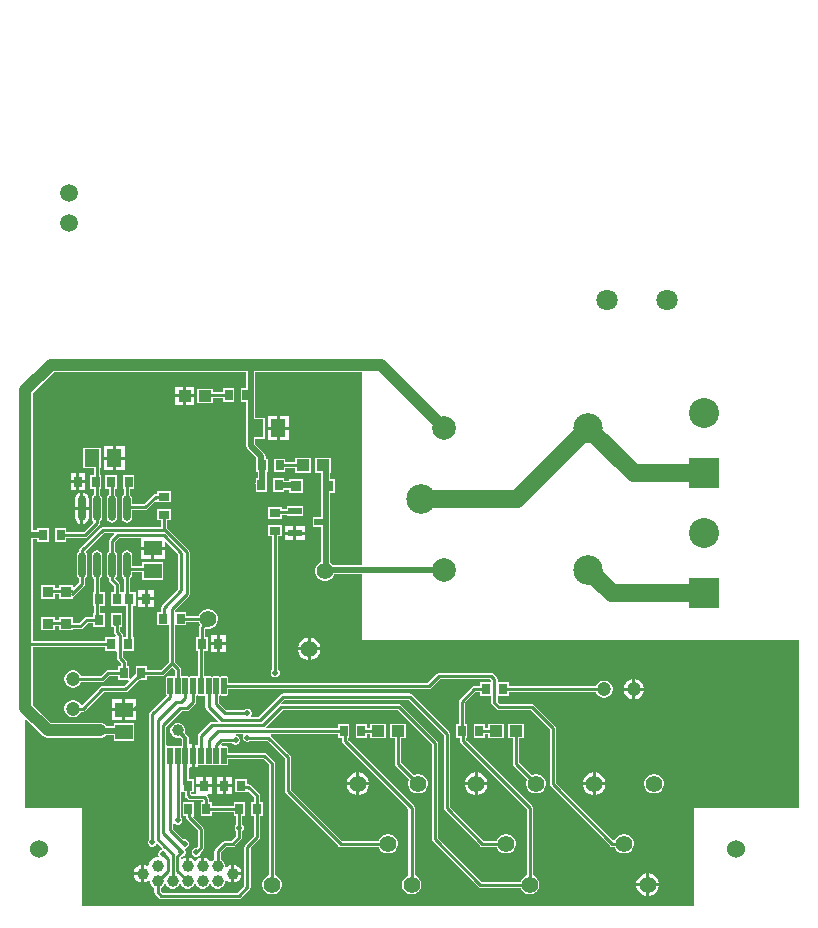
<source format=gtl>
G04*
G04 #@! TF.GenerationSoftware,Altium Limited,Altium Designer,21.6.1 (37)*
G04*
G04 Layer_Physical_Order=1*
G04 Layer_Color=255*
%FSLAX25Y25*%
%MOIN*%
G70*
G04*
G04 #@! TF.SameCoordinates,2088F3C0-FEE1-402F-84BC-96CE3F90A9C5*
G04*
G04*
G04 #@! TF.FilePolarity,Positive*
G04*
G01*
G75*
%ADD13C,0.01000*%
%ADD43R,0.02756X0.03543*%
%ADD44R,0.04331X0.03937*%
%ADD45R,0.05118X0.05906*%
%ADD46R,0.03150X0.03543*%
G04:AMPARAMS|DCode=47|XSize=17.72mil|YSize=55.12mil|CornerRadius=1.95mil|HoleSize=0mil|Usage=FLASHONLY|Rotation=180.000|XOffset=0mil|YOffset=0mil|HoleType=Round|Shape=RoundedRectangle|*
%AMROUNDEDRECTD47*
21,1,0.01772,0.05122,0,0,180.0*
21,1,0.01382,0.05512,0,0,180.0*
1,1,0.00390,-0.00691,0.02561*
1,1,0.00390,0.00691,0.02561*
1,1,0.00390,0.00691,-0.02561*
1,1,0.00390,-0.00691,-0.02561*
%
%ADD47ROUNDEDRECTD47*%
%ADD48O,0.02362X0.08661*%
%ADD49R,0.03543X0.03543*%
%ADD50R,0.05906X0.05118*%
%ADD51R,0.03543X0.02756*%
%ADD52C,0.03937*%
%ADD53R,0.03543X0.03543*%
%ADD54R,0.04528X0.02362*%
%ADD55C,0.02000*%
%ADD56C,0.05906*%
%ADD57C,0.03937*%
%ADD58C,0.01968*%
%ADD59C,0.01181*%
%ADD60C,0.07087*%
%ADD61C,0.05906*%
%ADD62C,0.00394*%
%ADD63C,0.04724*%
%ADD64C,0.06000*%
%ADD65C,0.05512*%
%ADD66C,0.09843*%
%ADD67C,0.07874*%
%ADD68C,0.10000*%
%ADD69R,0.10000X0.10000*%
%ADD70C,0.01968*%
G36*
X-8689Y-43069D02*
X-18355D01*
X-18395Y-43001D01*
X-19001Y-42395D01*
X-19223Y-42267D01*
Y-28690D01*
Y-18950D01*
X-17648D01*
Y-14406D01*
X-19223D01*
Y-12349D01*
X-18960D01*
Y-7412D01*
X-24291D01*
Y-12349D01*
X-22281D01*
Y-16678D01*
Y-27009D01*
X-24918D01*
Y-30371D01*
X-22281D01*
Y-41980D01*
X-22999Y-42395D01*
X-23605Y-43001D01*
X-24034Y-43743D01*
X-24256Y-44571D01*
Y-45429D01*
X-24034Y-46257D01*
X-23605Y-46999D01*
X-22999Y-47605D01*
X-22257Y-48034D01*
X-21429Y-48256D01*
X-20571D01*
X-19743Y-48034D01*
X-19001Y-47605D01*
X-18395Y-46999D01*
X-17966Y-46257D01*
X-17931Y-46128D01*
X-8689D01*
Y-68000D01*
X137031D01*
X137031Y-124173D01*
X102000D01*
Y-156716D01*
X-101879Y-156716D01*
Y-124173D01*
X-120830D01*
Y-94893D01*
X-120369Y-94702D01*
X-115111Y-99960D01*
X-114294Y-100505D01*
X-113331Y-100697D01*
X-95849D01*
X-95606Y-100649D01*
X-95358D01*
X-95129Y-100554D01*
X-94886Y-100505D01*
X-94680Y-100368D01*
X-94451Y-100273D01*
X-94275Y-100098D01*
X-94069Y-99960D01*
X-93964Y-99802D01*
X-91453D01*
Y-101799D01*
X-84547D01*
Y-95681D01*
X-91453D01*
Y-96743D01*
X-93795D01*
X-93932Y-96607D01*
X-94069Y-96400D01*
X-94275Y-96263D01*
X-94451Y-96087D01*
X-94680Y-95993D01*
X-94886Y-95855D01*
X-95129Y-95806D01*
X-95358Y-95712D01*
X-95606D01*
X-95849Y-95663D01*
X-112288D01*
X-118314Y-89638D01*
Y-70335D01*
X-94301D01*
Y-71587D01*
X-90545Y-71587D01*
X-90386Y-72022D01*
Y-74181D01*
X-90309Y-74571D01*
X-90088Y-74902D01*
X-89087Y-75903D01*
Y-76740D01*
X-89946D01*
Y-77992D01*
X-93295D01*
X-93686Y-78070D01*
X-94016Y-78291D01*
X-95785Y-80059D01*
X-102310D01*
X-102333Y-79974D01*
X-102710Y-79321D01*
X-103243Y-78788D01*
X-103895Y-78412D01*
X-104623Y-78216D01*
X-105377D01*
X-106105Y-78412D01*
X-106757Y-78788D01*
X-107290Y-79321D01*
X-107667Y-79974D01*
X-107862Y-80702D01*
Y-81456D01*
X-107667Y-82183D01*
X-107290Y-82836D01*
X-106757Y-83369D01*
X-106105Y-83746D01*
X-105377Y-83941D01*
X-104623D01*
X-103895Y-83746D01*
X-103243Y-83369D01*
X-102710Y-82836D01*
X-102333Y-82183D01*
X-102310Y-82098D01*
X-95362D01*
X-94972Y-82021D01*
X-94641Y-81800D01*
X-92873Y-80031D01*
X-89946D01*
Y-81283D01*
X-86583D01*
X-86376Y-81783D01*
X-87912Y-83319D01*
X-95139D01*
X-95529Y-83397D01*
X-95860Y-83618D01*
X-101884Y-89642D01*
X-101895Y-89647D01*
X-102491Y-89542D01*
X-102710Y-89164D01*
X-103243Y-88631D01*
X-103895Y-88254D01*
X-104623Y-88059D01*
X-105377D01*
X-106105Y-88254D01*
X-106757Y-88631D01*
X-107290Y-89164D01*
X-107667Y-89816D01*
X-107862Y-90544D01*
Y-91298D01*
X-107667Y-92026D01*
X-107290Y-92679D01*
X-106757Y-93212D01*
X-106105Y-93588D01*
X-105377Y-93783D01*
X-104623D01*
X-103895Y-93588D01*
X-103243Y-93212D01*
X-102710Y-92679D01*
X-102333Y-92026D01*
X-102310Y-91941D01*
X-101721D01*
X-101331Y-91863D01*
X-101000Y-91642D01*
X-94717Y-85359D01*
X-87489D01*
X-87099Y-85281D01*
X-86769Y-85060D01*
X-83004Y-81296D01*
X-82942Y-81283D01*
X-80284D01*
Y-80031D01*
X-75368D01*
X-75368Y-80031D01*
X-74978Y-79954D01*
X-74647Y-79733D01*
X-72062Y-77147D01*
X-71047Y-78162D01*
Y-80028D01*
X-71071Y-80051D01*
X-71509Y-80241D01*
X-71625Y-80198D01*
X-71896Y-80144D01*
X-73278D01*
X-73549Y-80198D01*
X-73778Y-80351D01*
X-73932Y-80581D01*
X-73986Y-80852D01*
Y-85974D01*
X-73932Y-86246D01*
X-73778Y-86475D01*
X-74078Y-86859D01*
X-79245Y-92026D01*
X-79466Y-92357D01*
X-79543Y-92747D01*
Y-134400D01*
X-79783Y-134640D01*
X-80009Y-135186D01*
Y-135776D01*
X-79783Y-136322D01*
X-79366Y-136739D01*
X-78820Y-136965D01*
X-78230D01*
X-77684Y-136739D01*
X-77267Y-136322D01*
X-77227Y-136226D01*
X-76637Y-136109D01*
X-75250Y-137496D01*
X-75290Y-137774D01*
X-75418Y-138035D01*
X-75868Y-138222D01*
X-76286Y-138640D01*
X-76512Y-139185D01*
Y-139776D01*
X-76414Y-140012D01*
X-76748Y-140512D01*
X-77186D01*
X-77941Y-140714D01*
X-78618Y-141105D01*
X-79171Y-141658D01*
X-79562Y-142334D01*
X-79764Y-143089D01*
Y-143148D01*
X-80264Y-143437D01*
X-80650Y-143214D01*
X-81295Y-143041D01*
Y-145980D01*
Y-148919D01*
X-80650Y-148747D01*
X-79973Y-148356D01*
X-79764Y-148147D01*
X-79264Y-148354D01*
Y-148971D01*
X-78888Y-149879D01*
X-78194Y-150573D01*
X-77815Y-150730D01*
Y-152228D01*
X-77737Y-152618D01*
X-77516Y-152949D01*
X-76264Y-154201D01*
X-75933Y-154422D01*
X-75543Y-154500D01*
X-49795D01*
X-49405Y-154422D01*
X-49074Y-154201D01*
X-46091Y-151218D01*
X-45870Y-150887D01*
X-45792Y-150497D01*
Y-137438D01*
X-42937Y-134583D01*
X-42716Y-134252D01*
X-42639Y-133862D01*
Y-126693D01*
X-41780D01*
Y-122150D01*
X-42639D01*
Y-119895D01*
X-42716Y-119504D01*
X-42937Y-119174D01*
X-45829Y-116281D01*
X-46160Y-116060D01*
X-46550Y-115983D01*
X-46965D01*
Y-114358D01*
X-51114D01*
Y-118902D01*
X-46965D01*
Y-118683D01*
X-46503Y-118492D01*
X-44678Y-120317D01*
Y-122150D01*
X-45536D01*
Y-126693D01*
X-44678D01*
Y-133440D01*
X-47533Y-136295D01*
X-47754Y-136626D01*
X-47832Y-137016D01*
Y-150075D01*
X-50218Y-152461D01*
X-75121D01*
X-75776Y-151806D01*
Y-150730D01*
X-75397Y-150573D01*
X-74703Y-149879D01*
X-74566Y-149549D01*
X-74025D01*
X-73888Y-149879D01*
X-73194Y-150573D01*
X-72286Y-150949D01*
X-71304D01*
X-70397Y-150573D01*
X-69703Y-149879D01*
X-69566Y-149549D01*
X-69025D01*
X-68888Y-149879D01*
X-68194Y-150573D01*
X-67286Y-150949D01*
X-66304D01*
X-65397Y-150573D01*
X-64703Y-149879D01*
X-64566Y-149549D01*
X-64025D01*
X-63888Y-149879D01*
X-63194Y-150573D01*
X-62286Y-150949D01*
X-61304D01*
X-60397Y-150573D01*
X-59703Y-149879D01*
X-59566Y-149549D01*
X-59025D01*
X-58888Y-149879D01*
X-58194Y-150573D01*
X-57286Y-150949D01*
X-56304D01*
X-55397Y-150573D01*
X-54703Y-149879D01*
X-54327Y-148971D01*
Y-148354D01*
X-53827Y-148147D01*
X-53618Y-148356D01*
X-52941Y-148747D01*
X-52295Y-148919D01*
Y-145980D01*
Y-143041D01*
X-52941Y-143214D01*
X-53618Y-143605D01*
X-53827Y-143814D01*
X-54327Y-143607D01*
Y-142989D01*
X-54703Y-142082D01*
X-55397Y-141388D01*
X-55776Y-141231D01*
Y-138983D01*
X-53906Y-137113D01*
X-51795D01*
X-51405Y-137036D01*
X-51074Y-136815D01*
X-48843Y-134583D01*
X-48622Y-134252D01*
X-48544Y-133862D01*
Y-131757D01*
X-48305Y-131519D01*
X-48079Y-130973D01*
Y-130383D01*
X-48305Y-129837D01*
X-48544Y-129598D01*
Y-126693D01*
X-47686D01*
Y-122150D01*
X-51442D01*
Y-123402D01*
X-58693D01*
Y-122150D01*
X-59551D01*
Y-121066D01*
X-59629Y-120676D01*
X-59850Y-120345D01*
X-60293Y-119902D01*
X-60092Y-119402D01*
X-58688D01*
Y-117130D01*
X-61263D01*
X-63838D01*
X-63838Y-119402D01*
X-64313Y-119461D01*
X-65523D01*
Y-118902D01*
X-64700D01*
Y-114358D01*
X-66357D01*
Y-110690D01*
X-65857Y-110370D01*
X-65600Y-110421D01*
X-65409D01*
Y-106642D01*
Y-102862D01*
X-65600D01*
X-65857Y-102913D01*
X-66357Y-102593D01*
Y-100779D01*
X-66441Y-100354D01*
X-66682Y-99993D01*
X-66682Y-99993D01*
X-67678Y-98998D01*
X-67559Y-98712D01*
Y-97729D01*
X-67935Y-96822D01*
X-68629Y-96128D01*
X-69537Y-95752D01*
X-70519D01*
X-71426Y-96128D01*
X-72120Y-96822D01*
X-72496Y-97729D01*
Y-98712D01*
X-72120Y-99619D01*
X-71426Y-100313D01*
X-70519Y-100689D01*
X-69537D01*
X-69250Y-100570D01*
X-68580Y-101240D01*
Y-103149D01*
X-69064Y-103426D01*
X-69080Y-103423D01*
X-69337Y-103372D01*
X-70718D01*
X-70990Y-103426D01*
X-71307Y-103547D01*
X-71625Y-103426D01*
X-71896Y-103372D01*
X-73278D01*
X-73458Y-103408D01*
X-73791Y-103232D01*
X-73958Y-103098D01*
Y-97004D01*
X-68714Y-91760D01*
X-67062D01*
X-66672Y-91682D01*
X-66341Y-91461D01*
X-64188Y-89308D01*
X-63968Y-88978D01*
X-63890Y-88587D01*
Y-86799D01*
X-63866Y-86776D01*
X-63428Y-86585D01*
X-63313Y-86629D01*
X-63041Y-86683D01*
X-61659D01*
X-61388Y-86629D01*
X-61273Y-86585D01*
X-60835Y-86776D01*
X-60811Y-86799D01*
Y-90480D01*
X-60733Y-90870D01*
X-60512Y-91201D01*
X-56715Y-94999D01*
X-56906Y-95461D01*
X-58795D01*
X-59185Y-95538D01*
X-59516Y-95759D01*
X-62981Y-99224D01*
X-63202Y-99555D01*
X-63279Y-99945D01*
Y-102670D01*
X-63745Y-102951D01*
X-63779Y-102950D01*
X-64218Y-102862D01*
X-64410D01*
Y-106642D01*
Y-110421D01*
X-64218D01*
X-63752Y-110328D01*
X-63357Y-110064D01*
X-63230Y-109874D01*
X-63041Y-109911D01*
X-61659D01*
X-61388Y-109857D01*
X-61071Y-109737D01*
X-60753Y-109857D01*
X-60482Y-109911D01*
X-59100D01*
X-58829Y-109857D01*
X-58512Y-109737D01*
X-58194Y-109857D01*
X-57923Y-109911D01*
X-56541D01*
X-56270Y-109857D01*
X-55953Y-109737D01*
X-55635Y-109857D01*
X-55364Y-109911D01*
X-53982D01*
X-53711Y-109857D01*
X-53481Y-109704D01*
X-53328Y-109474D01*
X-53274Y-109203D01*
Y-107661D01*
X-41573D01*
X-39711Y-109523D01*
Y-146509D01*
X-39948Y-146572D01*
X-40690Y-147001D01*
X-41296Y-147607D01*
X-41725Y-148350D01*
X-41947Y-149178D01*
Y-150035D01*
X-41725Y-150863D01*
X-41296Y-151605D01*
X-40690Y-152212D01*
X-39948Y-152640D01*
X-39120Y-152862D01*
X-38262D01*
X-37434Y-152640D01*
X-36692Y-152212D01*
X-36086Y-151605D01*
X-35657Y-150863D01*
X-35435Y-150035D01*
Y-149178D01*
X-35657Y-148350D01*
X-36086Y-147607D01*
X-36692Y-147001D01*
X-37434Y-146572D01*
X-37671Y-146509D01*
Y-109101D01*
X-37749Y-108711D01*
X-37970Y-108380D01*
X-40429Y-105921D01*
X-40760Y-105700D01*
X-41150Y-105622D01*
X-53274D01*
Y-104081D01*
X-53328Y-103810D01*
X-53481Y-103580D01*
X-53711Y-103426D01*
X-53982Y-103372D01*
X-55322D01*
X-55404Y-103276D01*
X-55558Y-102901D01*
X-55157Y-102500D01*
X-51875D01*
X-51636Y-102739D01*
X-51091Y-102965D01*
X-50500D01*
X-49955Y-102739D01*
X-49537Y-102321D01*
X-49311Y-101776D01*
Y-101185D01*
X-49537Y-100639D01*
X-49955Y-100222D01*
X-50500Y-99996D01*
X-50491Y-99500D01*
X-48415D01*
X-48150Y-100000D01*
X-48296Y-100354D01*
Y-100944D01*
X-48070Y-101490D01*
X-47653Y-101907D01*
X-47107Y-102133D01*
X-46517D01*
X-45971Y-101907D01*
X-45733Y-101668D01*
X-40234D01*
X-34349Y-107554D01*
Y-118403D01*
X-34271Y-118793D01*
X-34050Y-119124D01*
X-16469Y-136705D01*
X-16138Y-136926D01*
X-15748Y-137004D01*
X-3098D01*
X-3034Y-137241D01*
X-2605Y-137983D01*
X-1999Y-138590D01*
X-1257Y-139018D01*
X-429Y-139240D01*
X429D01*
X1257Y-139018D01*
X1999Y-138590D01*
X2605Y-137983D01*
X3034Y-137241D01*
X3256Y-136413D01*
Y-135556D01*
X3034Y-134728D01*
X2605Y-133985D01*
X1999Y-133379D01*
X1257Y-132950D01*
X429Y-132728D01*
X-429D01*
X-1257Y-132950D01*
X-1999Y-133379D01*
X-2605Y-133985D01*
X-3034Y-134728D01*
X-3098Y-134965D01*
X-15326D01*
X-32309Y-117981D01*
Y-107132D01*
X-32387Y-106742D01*
X-32608Y-106411D01*
X-39019Y-100000D01*
X-38960Y-99712D01*
X-38832Y-99500D01*
X-16642D01*
Y-100752D01*
X-15361D01*
Y-101753D01*
X-15284Y-102144D01*
X-15063Y-102474D01*
X6854Y-124392D01*
Y-146509D01*
X6617Y-146572D01*
X5875Y-147001D01*
X5269Y-147607D01*
X4840Y-148350D01*
X4618Y-149178D01*
Y-150035D01*
X4840Y-150863D01*
X5269Y-151605D01*
X5875Y-152212D01*
X6617Y-152640D01*
X7445Y-152862D01*
X8303D01*
X9131Y-152640D01*
X9873Y-152212D01*
X10479Y-151605D01*
X10908Y-150863D01*
X11130Y-150035D01*
Y-149178D01*
X10908Y-148350D01*
X10479Y-147607D01*
X9873Y-147001D01*
X9131Y-146572D01*
X8894Y-146509D01*
Y-123969D01*
X8816Y-123579D01*
X8595Y-123248D01*
X-13322Y-101331D01*
Y-100752D01*
X-12886D01*
Y-96209D01*
X-16642D01*
Y-97461D01*
X-40302D01*
X-40509Y-96961D01*
X-35048Y-91500D01*
X3345D01*
X14728Y-102883D01*
Y-134509D01*
X14806Y-134899D01*
X15027Y-135230D01*
X30125Y-150327D01*
X30455Y-150548D01*
X30846Y-150626D01*
X44146D01*
X44210Y-150863D01*
X44639Y-151605D01*
X45245Y-152212D01*
X45987Y-152640D01*
X46815Y-152862D01*
X47673D01*
X48501Y-152640D01*
X49243Y-152212D01*
X49850Y-151605D01*
X50278Y-150863D01*
X50500Y-150035D01*
Y-149178D01*
X50278Y-148350D01*
X49850Y-147607D01*
X49243Y-147001D01*
X48501Y-146572D01*
X48264Y-146509D01*
Y-123969D01*
X48186Y-123579D01*
X47965Y-123248D01*
X26048Y-101331D01*
Y-100697D01*
X26484D01*
Y-96153D01*
X25626D01*
Y-89010D01*
X29116Y-85520D01*
X30669D01*
Y-86772D01*
X34425D01*
X34508Y-87237D01*
Y-89047D01*
X34586Y-89437D01*
X34807Y-89768D01*
X36240Y-91201D01*
X36570Y-91422D01*
X36961Y-91500D01*
X47652D01*
X53980Y-97828D01*
Y-116181D01*
X54058Y-116571D01*
X54279Y-116902D01*
X74082Y-136705D01*
X74413Y-136926D01*
X74803Y-137004D01*
X75643D01*
X75706Y-137241D01*
X76135Y-137983D01*
X76741Y-138590D01*
X77483Y-139018D01*
X78312Y-139240D01*
X79169D01*
X79997Y-139018D01*
X80739Y-138590D01*
X81345Y-137983D01*
X81774Y-137241D01*
X81996Y-136413D01*
Y-135556D01*
X81774Y-134728D01*
X81345Y-133985D01*
X80739Y-133379D01*
X79997Y-132950D01*
X79169Y-132728D01*
X78312D01*
X77483Y-132950D01*
X76741Y-133379D01*
X76135Y-133985D01*
X75706Y-134728D01*
X75675Y-134843D01*
X75169Y-134908D01*
X56020Y-115759D01*
Y-97406D01*
X55942Y-97015D01*
X55721Y-96685D01*
X48796Y-89759D01*
X48465Y-89538D01*
X48075Y-89461D01*
X37383D01*
X36547Y-88625D01*
Y-87260D01*
X36575Y-86772D01*
X37047Y-86772D01*
X40331D01*
Y-85520D01*
X69389D01*
X69412Y-85605D01*
X69788Y-86257D01*
X70321Y-86790D01*
X70974Y-87167D01*
X71702Y-87362D01*
X72456D01*
X73184Y-87167D01*
X73836Y-86790D01*
X74369Y-86257D01*
X74746Y-85605D01*
X74941Y-84877D01*
Y-84123D01*
X74746Y-83395D01*
X74369Y-82743D01*
X73836Y-82210D01*
X73184Y-81833D01*
X72456Y-81638D01*
X71702D01*
X70974Y-81833D01*
X70321Y-82210D01*
X69788Y-82743D01*
X69412Y-83395D01*
X69389Y-83480D01*
X40331D01*
Y-82228D01*
X36575Y-82228D01*
X36547Y-81740D01*
Y-81028D01*
X36470Y-80637D01*
X36248Y-80307D01*
X35221Y-79279D01*
X34890Y-79058D01*
X34500Y-78980D01*
X16975D01*
X16585Y-79058D01*
X16254Y-79279D01*
X13130Y-82403D01*
X-53274D01*
Y-80852D01*
X-53328Y-80581D01*
X-53481Y-80351D01*
X-53711Y-80198D01*
X-53982Y-80144D01*
X-55364D01*
X-55635Y-80198D01*
X-55953Y-80318D01*
X-56270Y-80198D01*
X-56541Y-80144D01*
X-57923D01*
X-58194Y-80198D01*
X-58512Y-80318D01*
X-58829Y-80198D01*
X-59100Y-80144D01*
X-60482D01*
X-60753Y-80198D01*
X-60869Y-80241D01*
X-61307Y-80051D01*
X-61331Y-80028D01*
Y-71587D01*
X-59974D01*
Y-67044D01*
X-61030D01*
Y-64610D01*
X-60546Y-64224D01*
X-60429Y-64256D01*
X-59571D01*
X-58743Y-64034D01*
X-58001Y-63605D01*
X-57395Y-62999D01*
X-56966Y-62257D01*
X-56744Y-61429D01*
Y-60571D01*
X-56966Y-59743D01*
X-57395Y-59001D01*
X-58001Y-58395D01*
X-58743Y-57966D01*
X-59571Y-57744D01*
X-60429D01*
X-61257Y-57966D01*
X-61999Y-58395D01*
X-62605Y-59001D01*
X-63034Y-59743D01*
X-63104Y-60004D01*
X-67165D01*
Y-58709D01*
X-70920D01*
X-71043Y-58259D01*
Y-58151D01*
X-66373Y-53481D01*
X-66153Y-53151D01*
X-66075Y-52760D01*
Y-38647D01*
X-66153Y-38257D01*
X-66373Y-37926D01*
X-73631Y-30669D01*
Y-28146D01*
X-72379D01*
Y-24390D01*
X-76922D01*
Y-28146D01*
X-75670D01*
Y-30343D01*
X-95009D01*
X-95399Y-30421D01*
X-95730Y-30642D01*
X-102600Y-37512D01*
X-102821Y-37843D01*
X-102898Y-38233D01*
Y-38475D01*
X-103221Y-38690D01*
X-103593Y-39246D01*
X-103723Y-39902D01*
Y-46202D01*
X-103593Y-46857D01*
X-103221Y-47414D01*
X-103029Y-47542D01*
Y-48893D01*
X-104592Y-50456D01*
X-105092Y-50249D01*
Y-49719D01*
X-109635D01*
Y-50763D01*
X-111122D01*
Y-49739D01*
X-115666D01*
Y-54283D01*
X-111122D01*
Y-52802D01*
X-109635D01*
Y-54262D01*
X-105092D01*
Y-53709D01*
X-105065Y-53704D01*
X-104734Y-53483D01*
X-101288Y-50037D01*
X-101067Y-49706D01*
X-100989Y-49316D01*
Y-47542D01*
X-100797Y-47414D01*
X-100425Y-46857D01*
X-100295Y-46202D01*
Y-39902D01*
X-100425Y-39246D01*
X-100797Y-38690D01*
X-100806Y-38602D01*
X-94586Y-32383D01*
X-91382D01*
X-91175Y-32882D01*
X-92730Y-34438D01*
X-92951Y-34768D01*
X-93028Y-35159D01*
Y-38562D01*
X-93221Y-38690D01*
X-93593Y-39246D01*
X-93723Y-39902D01*
Y-46202D01*
X-93593Y-46857D01*
X-93221Y-47414D01*
X-93024Y-47545D01*
Y-47989D01*
X-92947Y-48379D01*
X-92726Y-48710D01*
X-91445Y-49990D01*
Y-52044D01*
X-92304D01*
Y-56587D01*
X-88709D01*
X-88209Y-56587D01*
X-88048Y-56587D01*
X-87154D01*
Y-67044D01*
X-88347D01*
Y-66480D01*
X-88425Y-66090D01*
X-88646Y-65759D01*
X-89406Y-64999D01*
Y-63587D01*
X-88548D01*
Y-59044D01*
X-92304D01*
Y-62489D01*
X-92323Y-62587D01*
X-92304Y-62686D01*
Y-63587D01*
X-91445D01*
Y-65421D01*
X-91368Y-65812D01*
X-91147Y-66142D01*
X-90745Y-66544D01*
X-90952Y-67044D01*
X-94301D01*
Y-68296D01*
X-118314D01*
Y-34513D01*
X-116831D01*
Y-35272D01*
X-113075D01*
Y-30728D01*
X-116831D01*
Y-31487D01*
X-118314D01*
Y14150D01*
X-111358Y21105D01*
X-47207D01*
Y15818D01*
X-49049D01*
Y11275D01*
X-47207D01*
Y-3480D01*
X-47090Y-4066D01*
X-46759Y-4562D01*
X-43826Y-7494D01*
Y-9509D01*
X-43803Y-9627D01*
Y-12152D01*
X-43455D01*
Y-14209D01*
X-44126D01*
Y-15765D01*
X-44155Y-15913D01*
X-44126Y-16061D01*
Y-18752D01*
X-40370D01*
Y-14209D01*
X-40396D01*
Y-12152D01*
X-40047D01*
Y-7609D01*
X-40768D01*
Y-6860D01*
X-40884Y-6275D01*
X-41216Y-5779D01*
X-44148Y-2847D01*
Y-933D01*
X-40905D01*
Y5972D01*
X-44148D01*
Y21105D01*
X-8689D01*
Y-43069D01*
D02*
G37*
G36*
X-82331Y-37075D02*
X-78379D01*
X-74426D01*
Y-35532D01*
X-73964Y-35341D01*
X-69848Y-39457D01*
Y-51149D01*
X-75389Y-56691D01*
X-75611Y-57022D01*
X-75688Y-57412D01*
Y-58709D01*
X-76826D01*
Y-63252D01*
X-73082D01*
Y-75283D01*
X-75791Y-77992D01*
X-80284D01*
Y-76740D01*
X-84040D01*
Y-79486D01*
X-84155Y-79562D01*
X-85690Y-81097D01*
X-86190Y-80890D01*
Y-76740D01*
X-87048D01*
Y-75480D01*
X-87126Y-75090D01*
X-87347Y-74759D01*
X-88347Y-73759D01*
Y-71587D01*
X-84639D01*
Y-67044D01*
X-85115D01*
Y-56587D01*
X-84060D01*
Y-52044D01*
X-85859D01*
Y-47455D01*
X-85797Y-47414D01*
X-85425Y-46857D01*
X-85295Y-46202D01*
Y-45335D01*
X-81831D01*
Y-48115D01*
X-74926D01*
Y-41997D01*
X-81831D01*
Y-43296D01*
X-85295D01*
Y-39902D01*
X-85425Y-39246D01*
X-85797Y-38690D01*
X-86353Y-38319D01*
X-87009Y-38188D01*
X-87665Y-38319D01*
X-88221Y-38690D01*
X-88592Y-39246D01*
X-88723Y-39902D01*
Y-46202D01*
X-88592Y-46857D01*
X-88221Y-47414D01*
X-87898Y-47629D01*
Y-51690D01*
X-88252Y-52044D01*
X-88548Y-52044D01*
X-88709Y-52044D01*
X-89406D01*
Y-49568D01*
X-89484Y-49178D01*
X-89705Y-48847D01*
X-90641Y-47911D01*
X-90797Y-47414D01*
X-90425Y-46857D01*
X-90295Y-46202D01*
Y-39902D01*
X-90425Y-39246D01*
X-90797Y-38690D01*
X-90989Y-38562D01*
Y-35581D01*
X-89622Y-34214D01*
X-82331D01*
Y-37075D01*
D02*
G37*
G36*
X-63034Y-62257D02*
X-62621Y-62972D01*
X-62770Y-63121D01*
X-62991Y-63451D01*
X-63069Y-63842D01*
Y-67044D01*
X-64124D01*
Y-71587D01*
X-63370D01*
Y-80028D01*
X-63394Y-80051D01*
X-63832Y-80241D01*
X-63947Y-80198D01*
X-64218Y-80144D01*
X-65600D01*
X-65872Y-80198D01*
X-66189Y-80318D01*
X-66506Y-80198D01*
X-66778Y-80144D01*
X-68160D01*
X-68431Y-80198D01*
X-68546Y-80241D01*
X-68984Y-80051D01*
X-69008Y-80028D01*
Y-77740D01*
X-69086Y-77350D01*
X-69307Y-77019D01*
X-71043Y-75283D01*
Y-63701D01*
X-70920Y-63252D01*
X-67165D01*
Y-62043D01*
X-63091D01*
X-63034Y-62257D01*
D02*
G37*
G36*
X-67562Y-119895D02*
X-67484Y-120285D01*
X-67263Y-120615D01*
X-66678Y-121201D01*
X-66347Y-121422D01*
X-65957Y-121500D01*
X-61590D01*
Y-122150D01*
X-62449D01*
Y-126693D01*
X-58693D01*
Y-125441D01*
X-51442D01*
Y-126693D01*
X-50583D01*
Y-129598D01*
X-50822Y-129837D01*
X-51048Y-130383D01*
Y-130973D01*
X-50822Y-131519D01*
X-50583Y-131757D01*
Y-133440D01*
X-52218Y-135074D01*
X-54328D01*
X-54718Y-135152D01*
X-55049Y-135373D01*
X-57516Y-137840D01*
X-57737Y-138171D01*
X-57815Y-138561D01*
Y-141231D01*
X-58194Y-141388D01*
X-58704Y-141898D01*
X-59275Y-141868D01*
X-59309Y-141850D01*
X-59420Y-141658D01*
X-59973Y-141105D01*
X-60650Y-140714D01*
X-61295Y-140541D01*
Y-143480D01*
X-62295D01*
Y-140541D01*
X-62941Y-140714D01*
X-63618Y-141105D01*
X-63963Y-141450D01*
X-64295Y-141601D01*
X-64628Y-141450D01*
X-64973Y-141105D01*
X-65649Y-140714D01*
X-66295Y-140541D01*
Y-143480D01*
X-67295D01*
Y-140541D01*
X-67941Y-140714D01*
X-68618Y-141105D01*
X-69117Y-140897D01*
X-69144Y-140694D01*
X-68789Y-140307D01*
X-68533D01*
X-67987Y-140081D01*
X-67570Y-139664D01*
X-67344Y-139118D01*
Y-138528D01*
X-67570Y-137982D01*
X-67583Y-137969D01*
X-67548Y-137755D01*
X-67412Y-137432D01*
X-66954Y-137242D01*
X-66537Y-136825D01*
X-66311Y-136279D01*
Y-135689D01*
X-66537Y-135143D01*
X-66954Y-134726D01*
X-67500Y-134500D01*
X-68090D01*
X-68159Y-134529D01*
X-71567Y-131121D01*
Y-129519D01*
X-71067Y-129312D01*
X-70868Y-129510D01*
X-70323Y-129736D01*
X-69732D01*
X-69187Y-129510D01*
X-68769Y-129093D01*
X-68543Y-128547D01*
Y-127957D01*
X-68769Y-127411D01*
X-69008Y-127173D01*
Y-119336D01*
X-68850Y-118902D01*
X-67562D01*
Y-119895D01*
D02*
G37*
G36*
X34508Y-81450D02*
Y-81763D01*
X34425Y-82228D01*
X30669D01*
Y-83480D01*
X28694D01*
X28304Y-83558D01*
X27973Y-83779D01*
X23885Y-87866D01*
X23664Y-88197D01*
X23587Y-88587D01*
Y-96153D01*
X22728D01*
Y-100697D01*
X24009D01*
Y-101753D01*
X24086Y-102144D01*
X24307Y-102474D01*
X46224Y-124392D01*
Y-146509D01*
X45987Y-146572D01*
X45245Y-147001D01*
X44639Y-147607D01*
X44210Y-148350D01*
X44146Y-148587D01*
X31268D01*
X16768Y-134086D01*
Y-102461D01*
X16690Y-102070D01*
X16469Y-101740D01*
X4489Y-89759D01*
X4158Y-89538D01*
X3768Y-89461D01*
X-35296D01*
X-35520Y-88997D01*
X-35522Y-88979D01*
X-34499Y-87956D01*
X6876D01*
X18665Y-99745D01*
Y-124173D01*
X18743Y-124563D01*
X18964Y-124894D01*
X30775Y-136705D01*
X31106Y-136926D01*
X31496Y-137004D01*
X36272D01*
X36336Y-137241D01*
X36765Y-137983D01*
X37371Y-138590D01*
X38113Y-139018D01*
X38941Y-139240D01*
X39799D01*
X40627Y-139018D01*
X41369Y-138590D01*
X41976Y-137983D01*
X42404Y-137241D01*
X42626Y-136413D01*
Y-135556D01*
X42404Y-134728D01*
X41976Y-133985D01*
X41369Y-133379D01*
X40627Y-132950D01*
X39799Y-132728D01*
X38941D01*
X38113Y-132950D01*
X37371Y-133379D01*
X36765Y-133985D01*
X36336Y-134728D01*
X36272Y-134965D01*
X31918D01*
X20705Y-123751D01*
Y-99323D01*
X20627Y-98933D01*
X20406Y-98602D01*
X8019Y-86215D01*
X7688Y-85994D01*
X7298Y-85916D01*
X-34921D01*
X-35311Y-85994D01*
X-35642Y-86215D01*
X-43218Y-93791D01*
X-45316D01*
X-45554Y-93321D01*
X-45328Y-92775D01*
Y-92185D01*
X-45554Y-91640D01*
X-45971Y-91222D01*
X-46517Y-90996D01*
X-47107D01*
X-47653Y-91222D01*
X-47892Y-91461D01*
X-53873D01*
X-56213Y-89121D01*
Y-86799D01*
X-56188Y-86776D01*
X-55751Y-86585D01*
X-55635Y-86629D01*
X-55364Y-86683D01*
X-53982D01*
X-53711Y-86629D01*
X-53481Y-86475D01*
X-53328Y-86246D01*
X-53274Y-85974D01*
Y-84442D01*
X13553D01*
X13943Y-84364D01*
X14274Y-84143D01*
X17398Y-81020D01*
X34078D01*
X34508Y-81450D01*
D02*
G37*
%LPC*%
G36*
X-51199Y15818D02*
X-54955D01*
Y14566D01*
X-58402D01*
Y15720D01*
X-63733D01*
Y10783D01*
X-58402D01*
Y12527D01*
X-54955D01*
Y11275D01*
X-51199D01*
Y15818D01*
D02*
G37*
G36*
X-64595Y16220D02*
X-67261D01*
Y13751D01*
X-64595D01*
Y16220D01*
D02*
G37*
G36*
X-68261D02*
X-70926D01*
Y13751D01*
X-68261D01*
Y16220D01*
D02*
G37*
G36*
X-64595Y12751D02*
X-67261D01*
Y10283D01*
X-64595D01*
Y12751D01*
D02*
G37*
G36*
X-68261D02*
X-70926D01*
Y10283D01*
X-68261D01*
Y12751D01*
D02*
G37*
G36*
X-32925Y6472D02*
X-35984D01*
Y3020D01*
X-32925D01*
Y6472D01*
D02*
G37*
G36*
X-36984D02*
X-40043D01*
Y3020D01*
X-36984D01*
Y6472D01*
D02*
G37*
G36*
X-32925Y2020D02*
X-35984D01*
Y-1433D01*
X-32925D01*
Y2020D01*
D02*
G37*
G36*
X-36984D02*
X-40043D01*
Y-1433D01*
X-36984D01*
Y2020D01*
D02*
G37*
G36*
X-87607Y-3485D02*
X-90666D01*
Y-6938D01*
X-87607D01*
Y-3485D01*
D02*
G37*
G36*
X-91666D02*
X-94725D01*
Y-6938D01*
X-91666D01*
Y-3485D01*
D02*
G37*
G36*
X-25653Y-7412D02*
X-30984D01*
Y-8861D01*
X-34142D01*
Y-7609D01*
X-37898D01*
Y-12152D01*
X-34142D01*
Y-10900D01*
X-30984D01*
Y-12349D01*
X-25653D01*
Y-7412D01*
D02*
G37*
G36*
X-87607Y-7938D02*
X-90666D01*
Y-11390D01*
X-87607D01*
Y-7938D01*
D02*
G37*
G36*
X-91666D02*
X-94725D01*
Y-11390D01*
X-91666D01*
Y-7938D01*
D02*
G37*
G36*
X-100953Y-12544D02*
X-102831D01*
Y-14816D01*
X-100953D01*
Y-12544D01*
D02*
G37*
G36*
X-103831D02*
X-105709D01*
Y-14816D01*
X-103831D01*
Y-12544D01*
D02*
G37*
G36*
X-100953Y-15816D02*
X-102831D01*
Y-18087D01*
X-100953D01*
Y-15816D01*
D02*
G37*
G36*
X-103831D02*
X-105709D01*
Y-18087D01*
X-103831D01*
Y-15816D01*
D02*
G37*
G36*
X-34465Y-14209D02*
X-38221D01*
Y-18752D01*
X-34465D01*
Y-18010D01*
X-32821D01*
Y-18950D01*
X-28278D01*
Y-14406D01*
X-32821D01*
Y-14951D01*
X-34465D01*
Y-14209D01*
D02*
G37*
G36*
X-84548Y-13044D02*
X-88304D01*
Y-17587D01*
X-87898D01*
Y-19577D01*
X-88221Y-19793D01*
X-88592Y-20349D01*
X-88723Y-21005D01*
Y-27304D01*
X-88592Y-27960D01*
X-88221Y-28516D01*
X-87665Y-28887D01*
X-87009Y-29018D01*
X-86353Y-28887D01*
X-85797Y-28516D01*
X-85425Y-27960D01*
X-85295Y-27304D01*
Y-24834D01*
X-80878D01*
X-80487Y-24757D01*
X-80157Y-24535D01*
X-77422Y-21801D01*
X-76922Y-22008D01*
Y-22241D01*
X-72379D01*
Y-18485D01*
X-76922D01*
Y-19343D01*
X-77426D01*
X-77816Y-19421D01*
X-78147Y-19642D01*
X-81300Y-22795D01*
X-85295D01*
Y-21005D01*
X-85425Y-20349D01*
X-85797Y-19793D01*
X-85859Y-19751D01*
Y-17587D01*
X-84548D01*
Y-13044D01*
D02*
G37*
G36*
X-101509Y-18880D02*
Y-23654D01*
X-99785D01*
Y-21005D01*
X-99954Y-20154D01*
X-100436Y-19432D01*
X-101158Y-18950D01*
X-101509Y-18880D01*
D02*
G37*
G36*
X-102509D02*
X-102860Y-18950D01*
X-103581Y-19432D01*
X-104063Y-20154D01*
X-104233Y-21005D01*
Y-23654D01*
X-102509D01*
Y-18880D01*
D02*
G37*
G36*
X-28249Y-23269D02*
X-33776D01*
Y-24437D01*
X-35312D01*
Y-23859D01*
X-39855D01*
Y-27615D01*
X-35312D01*
Y-26476D01*
X-33776D01*
Y-26631D01*
X-28249D01*
Y-23269D01*
D02*
G37*
G36*
X-90453Y-13044D02*
X-94209D01*
Y-17587D01*
X-92898D01*
Y-19577D01*
X-93221Y-19793D01*
X-93593Y-20349D01*
X-93723Y-21005D01*
Y-27304D01*
X-93593Y-27960D01*
X-93221Y-28516D01*
X-92665Y-28887D01*
X-92009Y-29018D01*
X-91353Y-28887D01*
X-90797Y-28516D01*
X-90425Y-27960D01*
X-90295Y-27304D01*
Y-21005D01*
X-90425Y-20349D01*
X-90797Y-19793D01*
X-90859Y-19751D01*
Y-17587D01*
X-90453D01*
Y-13044D01*
D02*
G37*
G36*
X-99785Y-24654D02*
X-101509D01*
Y-29428D01*
X-101158Y-29358D01*
X-100436Y-28876D01*
X-99954Y-28155D01*
X-99785Y-27304D01*
Y-24654D01*
D02*
G37*
G36*
X-102509D02*
X-104233D01*
Y-27304D01*
X-104063Y-28155D01*
X-103581Y-28876D01*
X-102860Y-29358D01*
X-102509Y-29428D01*
Y-24654D01*
D02*
G37*
G36*
X-27749Y-30249D02*
X-30512D01*
Y-31930D01*
X-27749D01*
Y-30249D01*
D02*
G37*
G36*
X-31512D02*
X-34276D01*
Y-31930D01*
X-31512D01*
Y-30249D01*
D02*
G37*
G36*
X-95587Y-3985D02*
X-101705D01*
Y-10890D01*
X-97898D01*
Y-13044D01*
X-99304D01*
Y-17587D01*
X-97898D01*
Y-19577D01*
X-98221Y-19793D01*
X-98593Y-20349D01*
X-98723Y-21005D01*
Y-27304D01*
X-98593Y-27960D01*
X-98221Y-28516D01*
X-98373Y-29016D01*
X-101337Y-31980D01*
X-107169D01*
Y-30728D01*
X-110925D01*
Y-35272D01*
X-107169D01*
Y-34020D01*
X-100915D01*
X-100525Y-33942D01*
X-100194Y-33721D01*
X-96289Y-29816D01*
X-96068Y-29485D01*
X-95990Y-29095D01*
Y-28645D01*
X-95797Y-28516D01*
X-95425Y-27960D01*
X-95295Y-27304D01*
Y-21005D01*
X-95425Y-20349D01*
X-95797Y-19793D01*
X-95859Y-19751D01*
Y-17587D01*
X-95548D01*
Y-13044D01*
X-95859D01*
Y-10890D01*
X-95587D01*
Y-3985D01*
D02*
G37*
G36*
X-27749Y-32930D02*
X-30512D01*
Y-34611D01*
X-27749D01*
Y-32930D01*
D02*
G37*
G36*
X-31512D02*
X-34276D01*
Y-34611D01*
X-31512D01*
Y-32930D01*
D02*
G37*
G36*
X-97009Y-38188D02*
X-97665Y-38319D01*
X-98221Y-38690D01*
X-98593Y-39246D01*
X-98723Y-39902D01*
Y-46202D01*
X-98593Y-46857D01*
X-98221Y-47414D01*
X-97898Y-47629D01*
Y-52044D01*
X-98209D01*
Y-56587D01*
X-98091D01*
Y-59044D01*
X-98209D01*
Y-60296D01*
X-100411D01*
X-100801Y-60374D01*
X-101132Y-60595D01*
X-102910Y-62372D01*
X-105092D01*
Y-60349D01*
X-109635D01*
Y-61393D01*
X-111122D01*
Y-60369D01*
X-115666D01*
Y-64912D01*
X-111122D01*
Y-63432D01*
X-109635D01*
Y-64892D01*
X-105092D01*
Y-64412D01*
X-102488D01*
X-102097Y-64334D01*
X-101767Y-64113D01*
X-99989Y-62335D01*
X-98209D01*
Y-63587D01*
X-94453D01*
Y-59044D01*
X-96052D01*
Y-56587D01*
X-94453D01*
Y-52044D01*
X-95859D01*
Y-47455D01*
X-95797Y-47414D01*
X-95425Y-46857D01*
X-95295Y-46202D01*
Y-39902D01*
X-95425Y-39246D01*
X-95797Y-38690D01*
X-96353Y-38319D01*
X-97009Y-38188D01*
D02*
G37*
G36*
X-53963Y-66544D02*
X-56037D01*
Y-68816D01*
X-53963D01*
Y-66544D01*
D02*
G37*
G36*
X-57037D02*
X-59112D01*
Y-68816D01*
X-57037D01*
Y-66544D01*
D02*
G37*
G36*
X-25764Y-67321D02*
Y-70575D01*
X-22510D01*
X-22764Y-69625D01*
X-23259Y-68769D01*
X-23958Y-68069D01*
X-24815Y-67575D01*
X-25764Y-67321D01*
D02*
G37*
G36*
X-26764D02*
X-27714Y-67575D01*
X-28571Y-68069D01*
X-29270Y-68769D01*
X-29764Y-69625D01*
X-30019Y-70575D01*
X-26764D01*
Y-67321D01*
D02*
G37*
G36*
X-53963Y-69816D02*
X-56037D01*
Y-72087D01*
X-53963D01*
Y-69816D01*
D02*
G37*
G36*
X-57037D02*
X-59112D01*
Y-72087D01*
X-57037D01*
Y-69816D01*
D02*
G37*
G36*
X-22510Y-71575D02*
X-25764D01*
Y-74829D01*
X-24815Y-74575D01*
X-23958Y-74080D01*
X-23259Y-73381D01*
X-22764Y-72525D01*
X-22510Y-71575D01*
D02*
G37*
G36*
X-26764D02*
X-30019D01*
X-29764Y-72525D01*
X-29270Y-73381D01*
X-28571Y-74080D01*
X-27714Y-74575D01*
X-26764Y-74829D01*
Y-71575D01*
D02*
G37*
G36*
X-35312Y-29765D02*
X-39855D01*
Y-33521D01*
X-38603D01*
Y-77956D01*
X-38842Y-78195D01*
X-39068Y-78740D01*
Y-79331D01*
X-38842Y-79876D01*
X-38424Y-80294D01*
X-37879Y-80520D01*
X-37288D01*
X-36743Y-80294D01*
X-36325Y-79876D01*
X-36099Y-79331D01*
Y-78740D01*
X-36325Y-78195D01*
X-36564Y-77956D01*
Y-33521D01*
X-35312D01*
Y-29765D01*
D02*
G37*
G36*
X82421Y-81153D02*
Y-84000D01*
X85268D01*
X85054Y-83202D01*
X84612Y-82436D01*
X83986Y-81810D01*
X83219Y-81367D01*
X82421Y-81153D01*
D02*
G37*
G36*
X81421D02*
X80624Y-81367D01*
X79857Y-81810D01*
X79231Y-82436D01*
X78788Y-83202D01*
X78574Y-84000D01*
X81421D01*
Y-81153D01*
D02*
G37*
G36*
X85268Y-85000D02*
X82421D01*
Y-87847D01*
X83219Y-87633D01*
X83986Y-87190D01*
X84612Y-86564D01*
X85054Y-85798D01*
X85268Y-85000D01*
D02*
G37*
G36*
X81421D02*
X78574D01*
X78788Y-85798D01*
X79231Y-86564D01*
X79857Y-87190D01*
X80624Y-87633D01*
X81421Y-87847D01*
Y-85000D01*
D02*
G37*
G36*
X-84047Y-87701D02*
X-87500D01*
Y-90760D01*
X-84047D01*
Y-87701D01*
D02*
G37*
G36*
X-88500D02*
X-91953D01*
Y-90760D01*
X-88500D01*
Y-87701D01*
D02*
G37*
G36*
X-84047Y-91760D02*
X-87500D01*
Y-94819D01*
X-84047D01*
Y-91760D01*
D02*
G37*
G36*
X-88500D02*
X-91953D01*
Y-94819D01*
X-88500D01*
Y-91760D01*
D02*
G37*
G36*
X38689Y-95957D02*
X33358D01*
Y-97406D01*
X32390D01*
Y-96153D01*
X28634D01*
Y-100697D01*
X32390D01*
Y-99445D01*
X33358D01*
Y-100894D01*
X38689D01*
Y-95957D01*
D02*
G37*
G36*
X-681D02*
X-6012D01*
Y-97406D01*
X-6980D01*
Y-96209D01*
X-10736D01*
Y-100752D01*
X-6980D01*
Y-99445D01*
X-6012D01*
Y-100894D01*
X-681D01*
Y-95957D01*
D02*
G37*
G36*
X69240Y-112230D02*
Y-115484D01*
X72495D01*
X72240Y-114534D01*
X71746Y-113678D01*
X71046Y-112979D01*
X70190Y-112484D01*
X69240Y-112230D01*
D02*
G37*
G36*
X68240D02*
X67290Y-112484D01*
X66434Y-112979D01*
X65735Y-113678D01*
X65240Y-114534D01*
X64986Y-115484D01*
X68240D01*
Y-112230D01*
D02*
G37*
G36*
X-9500D02*
Y-115484D01*
X-6246D01*
X-6500Y-114534D01*
X-6995Y-113678D01*
X-7694Y-112979D01*
X-8550Y-112484D01*
X-9500Y-112230D01*
D02*
G37*
G36*
X-10500D02*
X-11450Y-112484D01*
X-12306Y-112979D01*
X-13005Y-113678D01*
X-13500Y-114534D01*
X-13754Y-115484D01*
X-10500D01*
Y-112230D01*
D02*
G37*
G36*
X-58688Y-113858D02*
X-60763D01*
Y-116130D01*
X-58688D01*
Y-113858D01*
D02*
G37*
G36*
X-61763D02*
X-63838D01*
Y-116130D01*
X-61763D01*
Y-113858D01*
D02*
G37*
G36*
X-51976Y-113858D02*
X-54051D01*
Y-116130D01*
X-51976D01*
Y-113858D01*
D02*
G37*
G36*
X-55051D02*
X-57126D01*
Y-116130D01*
X-55051D01*
Y-113858D01*
D02*
G37*
G36*
X89169Y-112728D02*
X88311D01*
X87483Y-112950D01*
X86741Y-113379D01*
X86135Y-113985D01*
X85706Y-114727D01*
X85484Y-115556D01*
Y-116413D01*
X85706Y-117241D01*
X86135Y-117983D01*
X86741Y-118590D01*
X87483Y-119018D01*
X88311Y-119240D01*
X89169D01*
X89997Y-119018D01*
X90739Y-118590D01*
X91346Y-117983D01*
X91774Y-117241D01*
X91996Y-116413D01*
Y-115556D01*
X91774Y-114727D01*
X91346Y-113985D01*
X90739Y-113379D01*
X89997Y-112950D01*
X89169Y-112728D01*
D02*
G37*
G36*
X45382Y-95957D02*
X40051D01*
Y-100894D01*
X41697D01*
Y-109331D01*
X41774Y-109721D01*
X41996Y-110052D01*
X46459Y-114515D01*
X46336Y-114727D01*
X46114Y-115556D01*
Y-116413D01*
X46336Y-117241D01*
X46765Y-117983D01*
X47371Y-118590D01*
X48113Y-119018D01*
X48941Y-119240D01*
X49799D01*
X50627Y-119018D01*
X51369Y-118590D01*
X51975Y-117983D01*
X52404Y-117241D01*
X52626Y-116413D01*
Y-115556D01*
X52404Y-114727D01*
X51975Y-113985D01*
X51369Y-113379D01*
X50627Y-112950D01*
X49799Y-112728D01*
X48941D01*
X48113Y-112950D01*
X47901Y-113073D01*
X43736Y-108908D01*
Y-100894D01*
X45382D01*
Y-95957D01*
D02*
G37*
G36*
X6012D02*
X681D01*
Y-100894D01*
X2327D01*
Y-109331D01*
X2404Y-109721D01*
X2626Y-110052D01*
X7089Y-114515D01*
X6966Y-114727D01*
X6744Y-115556D01*
Y-116413D01*
X6966Y-117241D01*
X7395Y-117983D01*
X8001Y-118590D01*
X8743Y-119018D01*
X9571Y-119240D01*
X10429D01*
X11257Y-119018D01*
X11999Y-118590D01*
X12605Y-117983D01*
X13034Y-117241D01*
X13256Y-116413D01*
Y-115556D01*
X13034Y-114727D01*
X12605Y-113985D01*
X11999Y-113379D01*
X11257Y-112950D01*
X10429Y-112728D01*
X9571D01*
X8743Y-112950D01*
X8531Y-113073D01*
X4366Y-108908D01*
Y-100894D01*
X6012D01*
Y-95957D01*
D02*
G37*
G36*
X-51976Y-117130D02*
X-54051D01*
Y-119402D01*
X-51976D01*
Y-117130D01*
D02*
G37*
G36*
X-55051D02*
X-57126D01*
Y-119402D01*
X-55051D01*
Y-117130D01*
D02*
G37*
G36*
X-10500Y-116484D02*
X-13754D01*
X-13500Y-117434D01*
X-13005Y-118290D01*
X-12306Y-118990D01*
X-11450Y-119484D01*
X-10500Y-119739D01*
Y-116484D01*
D02*
G37*
G36*
X72495Y-116484D02*
X69240D01*
Y-119739D01*
X70190Y-119484D01*
X71046Y-118990D01*
X71746Y-118290D01*
X72240Y-117434D01*
X72495Y-116484D01*
D02*
G37*
G36*
X68240D02*
X64986D01*
X65240Y-117434D01*
X65735Y-118290D01*
X66434Y-118990D01*
X67290Y-119484D01*
X68240Y-119739D01*
Y-116484D01*
D02*
G37*
G36*
X-6246Y-116484D02*
X-9500D01*
Y-119739D01*
X-8550Y-119484D01*
X-7694Y-118990D01*
X-6995Y-118290D01*
X-6500Y-117434D01*
X-6246Y-116484D01*
D02*
G37*
G36*
X-51295Y-143041D02*
Y-145480D01*
X-48856D01*
X-49029Y-144834D01*
X-49420Y-144158D01*
X-49973Y-143605D01*
X-50649Y-143214D01*
X-51295Y-143041D01*
D02*
G37*
G36*
X-82295D02*
X-82941Y-143214D01*
X-83618Y-143605D01*
X-84171Y-144158D01*
X-84562Y-144834D01*
X-84734Y-145480D01*
X-82295D01*
Y-143041D01*
D02*
G37*
G36*
X-48856Y-146480D02*
X-51295D01*
Y-148919D01*
X-50649Y-148747D01*
X-49973Y-148356D01*
X-49420Y-147803D01*
X-49029Y-147126D01*
X-48856Y-146480D01*
D02*
G37*
G36*
X-82295D02*
X-84734D01*
X-84562Y-147126D01*
X-84171Y-147803D01*
X-83618Y-148356D01*
X-82941Y-148747D01*
X-82295Y-148919D01*
Y-146480D01*
D02*
G37*
G36*
X87114Y-145852D02*
Y-149106D01*
X90369D01*
X90114Y-148157D01*
X89620Y-147300D01*
X88920Y-146601D01*
X88064Y-146106D01*
X87114Y-145852D01*
D02*
G37*
G36*
X86114D02*
X85164Y-146106D01*
X84308Y-146601D01*
X83609Y-147300D01*
X83114Y-148157D01*
X82860Y-149106D01*
X86114D01*
Y-145852D01*
D02*
G37*
G36*
X90369Y-150106D02*
X87114D01*
Y-153361D01*
X88064Y-153106D01*
X88920Y-152612D01*
X89620Y-151912D01*
X90114Y-151056D01*
X90369Y-150106D01*
D02*
G37*
G36*
X86114D02*
X82860D01*
X83114Y-151056D01*
X83609Y-151912D01*
X84308Y-152612D01*
X85164Y-153106D01*
X86114Y-153361D01*
Y-150106D01*
D02*
G37*
G36*
X-74426Y-38076D02*
X-77879D01*
Y-41135D01*
X-74426D01*
Y-38076D01*
D02*
G37*
G36*
X-78879D02*
X-82331D01*
Y-41135D01*
X-78879D01*
Y-38076D01*
D02*
G37*
G36*
X-78048Y-51544D02*
X-80123D01*
Y-53816D01*
X-78048D01*
Y-51544D01*
D02*
G37*
G36*
X-81123D02*
X-83197D01*
Y-53816D01*
X-81123D01*
Y-51544D01*
D02*
G37*
G36*
X-78048Y-54816D02*
X-80123D01*
Y-57087D01*
X-78048D01*
Y-54816D01*
D02*
G37*
G36*
X-81123D02*
X-83197D01*
Y-57087D01*
X-81123D01*
Y-54816D01*
D02*
G37*
G36*
X-64598Y-122150D02*
X-68354D01*
Y-126693D01*
X-67386D01*
Y-127107D01*
X-67308Y-127497D01*
X-67087Y-127828D01*
X-63444Y-131471D01*
Y-136878D01*
X-63905Y-137339D01*
X-64243D01*
X-64788Y-137565D01*
X-65206Y-137982D01*
X-65432Y-138528D01*
Y-139118D01*
X-65206Y-139664D01*
X-64788Y-140081D01*
X-64243Y-140307D01*
X-63652D01*
X-63107Y-140081D01*
X-62689Y-139664D01*
X-62463Y-139118D01*
Y-138780D01*
X-61704Y-138021D01*
X-61483Y-137690D01*
X-61405Y-137300D01*
Y-131048D01*
X-61483Y-130658D01*
X-61704Y-130327D01*
X-64877Y-127155D01*
X-64685Y-126693D01*
X-64598D01*
Y-122150D01*
D02*
G37*
G36*
X29870Y-112230D02*
Y-115484D01*
X33125D01*
X32870Y-114534D01*
X32375Y-113678D01*
X31676Y-112979D01*
X30820Y-112484D01*
X29870Y-112230D01*
D02*
G37*
G36*
X28870D02*
X27920Y-112484D01*
X27064Y-112979D01*
X26365Y-113678D01*
X25870Y-114534D01*
X25616Y-115484D01*
X28870D01*
Y-112230D01*
D02*
G37*
G36*
X33125Y-116484D02*
X29870D01*
Y-119739D01*
X30820Y-119484D01*
X31676Y-118990D01*
X32375Y-118290D01*
X32870Y-117434D01*
X33125Y-116484D01*
D02*
G37*
G36*
X28870D02*
X25616D01*
X25870Y-117434D01*
X26365Y-118290D01*
X27064Y-118990D01*
X27920Y-119484D01*
X28870Y-119739D01*
Y-116484D01*
D02*
G37*
%LPD*%
D13*
X24606Y-98425D02*
Y-88587D01*
X28694Y-84500D01*
X32000D01*
X37905D02*
X72079D01*
X48075Y-90480D02*
X55000Y-97406D01*
X36961Y-90480D02*
X48075D01*
X35528Y-89047D02*
X36961Y-90480D01*
X35528Y-89047D02*
Y-81028D01*
X16975Y-80000D02*
X34500D01*
X35528Y-81028D01*
X13553Y-83422D02*
X16975Y-80000D01*
X-54682Y-83422D02*
X13553D01*
X55000Y-116181D02*
Y-97406D01*
Y-116181D02*
X74803Y-135984D01*
X-61016Y-62480D02*
X-60688D01*
X-62473Y-61024D02*
X-61016Y-62480D01*
X-60688D02*
X-60000Y-61792D01*
X-62049Y-63842D02*
X-60688Y-62480D01*
X-62049Y-69316D02*
Y-63842D01*
X-60000Y-61792D02*
Y-61000D01*
X-62350Y-69617D02*
X-62049Y-69316D01*
X-74948Y-60980D02*
X-74669Y-60701D01*
Y-57412D01*
X-75368Y-79012D02*
X-75368Y-79012D01*
X-82162Y-79012D02*
X-75368D01*
X-95139Y-84339D02*
X-87489D01*
X-83434Y-80283D02*
X-83040D01*
X-87489Y-84339D02*
X-83434Y-80283D01*
X-82162Y-79405D02*
Y-79012D01*
X-83040Y-80283D02*
X-82162Y-79405D01*
X-93295Y-79012D02*
X-88068D01*
X-95362Y-81079D02*
X-93295Y-79012D01*
X-89367Y-74181D02*
Y-66480D01*
X-88068Y-79012D02*
Y-75480D01*
X-89367Y-74181D02*
X-88068Y-75480D01*
X-101721Y-90921D02*
X-95139Y-84339D01*
X-105000Y-90921D02*
X-101721D01*
X-105000Y-81079D02*
X-95362D01*
X-100915Y-33000D02*
X-97010Y-29095D01*
X-109047Y-33000D02*
X-100915D01*
X-120123Y-69316D02*
X-92423D01*
X36024Y-98425D02*
X36024Y-98425D01*
X30512Y-98425D02*
X36024D01*
X-8858Y-98480D02*
X-8803Y-98425D01*
X-3347D01*
X74803Y-135984D02*
X78740D01*
X3768Y-90480D02*
X15748Y-102461D01*
Y-134509D02*
Y-102461D01*
Y-134509D02*
X30846Y-149606D01*
X47244D01*
X7298Y-86936D02*
X19685Y-99323D01*
Y-124173D02*
Y-99323D01*
Y-124173D02*
X31496Y-135984D01*
X-14342Y-101753D02*
Y-98847D01*
Y-101753D02*
X7874Y-123969D01*
Y-149606D02*
Y-123969D01*
X47244Y-149606D02*
Y-123969D01*
X25028Y-101753D02*
X47244Y-123969D01*
X25028Y-101753D02*
Y-98847D01*
X24606Y-98425D02*
X25028Y-98847D01*
X42717Y-109331D02*
X49370Y-115984D01*
X42717Y-109331D02*
Y-98425D01*
X3347Y-109331D02*
Y-98425D01*
Y-109331D02*
X10000Y-115984D01*
X31496Y-135984D02*
X39370D01*
X-15748D02*
X0D01*
X-15638Y-98480D02*
X-14764D01*
X-56791D02*
X-15638D01*
X-14764D02*
X-14764Y-98480D01*
X-33329Y-118403D02*
X-15748Y-135984D01*
X-33329Y-118403D02*
Y-107132D01*
X-28319Y-9881D02*
X-28319Y-9881D01*
X-36020Y-9881D02*
X-28319D01*
X-68822Y-61024D02*
X-68551Y-60753D01*
X-72062Y-75705D02*
Y-57728D01*
X-67094Y-52760D01*
Y-38647D01*
X-74669Y-57412D02*
X-68828Y-51571D01*
Y-39035D01*
X-92005Y-47989D02*
X-90426Y-49568D01*
Y-54316D02*
Y-49568D01*
X-92009Y-43052D02*
X-92005Y-43056D01*
Y-47989D02*
Y-43056D01*
X-97010Y-24155D02*
X-97009Y-24154D01*
X-97010Y-29095D02*
Y-24155D01*
X-96879Y-24154D02*
Y-10150D01*
X-38691Y-149606D02*
Y-109101D01*
X-41150Y-106642D02*
X-38691Y-109101D01*
X-43658Y-133862D02*
Y-124421D01*
X-46812Y-137016D02*
X-43658Y-133862D01*
X-56795Y-143480D02*
Y-138561D01*
X-54328Y-136094D02*
X-51795D01*
X-56795Y-138561D02*
X-54328Y-136094D01*
X-90426Y-61709D02*
Y-61316D01*
Y-65421D02*
Y-61709D01*
Y-65421D02*
X-89367Y-66480D01*
X-91304Y-62587D02*
X-90426Y-61709D01*
X-75368Y-79012D02*
X-72062Y-75705D01*
X-70028Y-83413D02*
Y-77740D01*
X-72062Y-75705D02*
X-70028Y-77740D01*
X-62350Y-83413D02*
Y-69617D01*
X-59791Y-90480D02*
X-55461Y-94810D01*
X-59791Y-90480D02*
Y-83413D01*
X-55461Y-94810D02*
X-42795D01*
X-58795Y-96480D02*
X-41471D01*
X-62260Y-99945D02*
X-58795Y-96480D01*
X-59791Y-106642D02*
Y-101480D01*
X-56791Y-98480D01*
X-54295Y-92480D02*
X-46812D01*
X-57232Y-89543D02*
X-54295Y-92480D01*
X-50795Y-101480D02*
X-50795Y-101480D01*
X-55580Y-101480D02*
X-50795D01*
X-46812Y-100649D02*
X-39812D01*
X-75028Y-139480D02*
X-73303Y-141205D01*
Y-144988D02*
Y-141205D01*
X-74465Y-136839D02*
X-71795Y-139509D01*
X-76795Y-134509D02*
Y-94810D01*
X-71795Y-148480D02*
Y-139509D01*
X-76795Y-134509D02*
X-74465Y-136839D01*
X-68057Y-135984D02*
X-67795D01*
X-72587Y-131543D02*
X-68630Y-135500D01*
X-68542D02*
X-68057Y-135984D01*
X-68630Y-135500D02*
X-68542D01*
X-72587Y-131543D02*
Y-106642D01*
X-70295Y-144980D02*
Y-140290D01*
Y-144980D02*
X-66795Y-148480D01*
X-68828Y-138823D02*
Y-138561D01*
X-70295Y-140290D02*
X-68828Y-138823D01*
X-69312Y-138076D02*
X-68828Y-138561D01*
X-69312Y-138076D02*
Y-137963D01*
X-74977Y-132298D02*
X-69312Y-137963D01*
X-76795Y-148480D02*
X-73303Y-144988D01*
X-57162Y-106572D02*
Y-103063D01*
X-55580Y-101480D01*
X-54673Y-106642D02*
X-41150D01*
X-78525Y-135481D02*
X-78524Y-135480D01*
X-72713Y-86936D02*
Y-83540D01*
X-72587Y-83413D01*
X-74977Y-96581D02*
X-69136Y-90740D01*
X-76795Y-94810D02*
X-70764Y-88779D01*
X-78524Y-92747D02*
X-72713Y-86936D01*
X-62350Y-106642D02*
X-62260Y-106551D01*
Y-99945D01*
X-69136Y-90740D02*
X-67062D01*
X-64909Y-88587D01*
X-70764Y-88779D02*
X-68803D01*
X-67469Y-87445D02*
Y-83413D01*
X-68803Y-88779D02*
X-67469Y-87445D01*
X-64909Y-88587D02*
Y-83413D01*
X-74977Y-132298D02*
Y-96581D01*
X-78524Y-135480D02*
Y-92747D01*
X-61157Y-120480D02*
X-60571Y-121066D01*
X-62425Y-137300D02*
Y-131048D01*
X-66366Y-127107D02*
X-62425Y-131048D01*
X-66366Y-127107D02*
Y-124531D01*
X-66476Y-124421D02*
X-66366Y-124531D01*
X-65957Y-120480D02*
X-61157D01*
X-66542Y-119895D02*
X-65957Y-120480D01*
X-66542Y-119895D02*
Y-116862D01*
X-66775Y-116630D02*
X-66542Y-116862D01*
X-66378Y-115858D02*
X-66181D01*
X-60571Y-124421D02*
Y-121066D01*
X-51795Y-136094D02*
X-49564Y-133862D01*
X-60571Y-124421D02*
X-49564D01*
X-43658Y-124421D02*
Y-119895D01*
X-49564Y-133862D02*
Y-130678D01*
Y-124421D01*
X-57232Y-106642D02*
X-57162Y-106572D01*
X-57232Y-89543D02*
Y-83413D01*
X-70028Y-128252D02*
Y-106642D01*
X-48667Y-117002D02*
X-46550D01*
X-49039Y-116630D02*
X-48667Y-117002D01*
X-46550D02*
X-43658Y-119895D01*
X-37583Y-79035D02*
Y-31643D01*
X-35471Y-90480D02*
X3768D01*
X-39812Y-100649D02*
X-33329Y-107132D01*
X-37583Y-25737D02*
X-37303Y-25457D01*
X-31453D01*
X-68822Y-61024D02*
X-62473D01*
X-49795Y-153480D02*
X-46812Y-150497D01*
Y-137016D01*
X-34921Y-86936D02*
X7298D01*
X-42795Y-94810D02*
X-34921Y-86936D01*
X-105455Y-52762D02*
X-102009Y-49316D01*
Y-43052D01*
X-101879Y-42922D01*
Y-38233D01*
X-95009Y-31363D01*
X-86517Y-69316D02*
X-86134Y-68933D01*
X-97331Y-61316D02*
X-97071Y-61056D01*
Y-54316D01*
X-86879Y-53316D02*
Y-43686D01*
X-96879Y-52863D02*
Y-42568D01*
X-86879Y-43686D02*
X-86249Y-44316D01*
X-86879Y-43686D02*
Y-42568D01*
X-92009Y-43052D02*
Y-35159D01*
X-90045Y-33194D01*
X-87009Y-24154D02*
X-86719D01*
X-86380Y-23815D01*
X-86879D02*
Y-23316D01*
X-91879Y-24064D02*
Y-15316D01*
X-86879Y-23316D02*
Y-15316D01*
X-97426Y-9603D02*
X-96879Y-10150D01*
X-114394Y-62413D02*
X-108384D01*
X-108363Y-63392D02*
X-102488D01*
X-100411Y-61316D01*
X-97331D01*
X-114394Y-51783D02*
X-108384D01*
X-108363Y-51762D02*
X-105455D01*
X-86134Y-68933D02*
Y-53316D01*
X-81009Y-53702D02*
X-80623Y-53316D01*
X-90045Y-33194D02*
X-74669D01*
X-86249Y-44316D02*
X-78904D01*
X-74669Y-33194D02*
X-68828Y-39035D01*
X-95009Y-31363D02*
X-74379D01*
X-74650Y-31091D02*
Y-26268D01*
X-86380Y-23815D02*
X-80878D01*
X-77426Y-20363D01*
X-74650D01*
Y-31091D02*
X-74379Y-31363D01*
X-67094Y-38647D01*
X-41471Y-96480D02*
X-35471Y-90480D01*
X-63947Y-138823D02*
X-62425Y-137300D01*
X-59293Y13546D02*
X-53077D01*
X-75543Y-153480D02*
X-49795D01*
X-76795Y-152228D02*
X-75543Y-153480D01*
X-76795Y-152228D02*
Y-148480D01*
D43*
X38453Y-84500D02*
D03*
X32547D02*
D03*
X-36020Y-9881D02*
D03*
X-41925D02*
D03*
X-66476Y-124421D02*
D03*
X-60571D02*
D03*
X-49564D02*
D03*
X-43658D02*
D03*
X-114953Y-33000D02*
D03*
X-109047D02*
D03*
X-96331Y-61316D02*
D03*
X-90426D02*
D03*
X-96331Y-54316D02*
D03*
X-90426D02*
D03*
X-103331Y-15316D02*
D03*
X-97426D02*
D03*
X-86426D02*
D03*
X-92331D02*
D03*
X-8858Y-98480D02*
D03*
X-14764D02*
D03*
X24606Y-98425D02*
D03*
X30512D02*
D03*
X-82162Y-79012D02*
D03*
X-88068D02*
D03*
X-69042Y-60980D02*
D03*
X-74948D02*
D03*
X-36342Y-16480D02*
D03*
X-42248D02*
D03*
X-86517Y-69316D02*
D03*
X-92423D02*
D03*
X-53077Y13546D02*
D03*
X-47172D02*
D03*
D44*
X-21626Y-9881D02*
D03*
X-28319D02*
D03*
X3347Y-98425D02*
D03*
X-3347D02*
D03*
X42717D02*
D03*
X36024D02*
D03*
X-67761Y13251D02*
D03*
X-61068D02*
D03*
D45*
X-36484Y2520D02*
D03*
X-43964D02*
D03*
X-91166Y-7438D02*
D03*
X-98646D02*
D03*
D46*
X-62049Y-69316D02*
D03*
X-56537D02*
D03*
X-61263Y-116630D02*
D03*
X-66775D02*
D03*
X-49039Y-116630D02*
D03*
X-54551D02*
D03*
X-80623Y-54316D02*
D03*
X-86134D02*
D03*
D47*
X-72587Y-106642D02*
D03*
X-70028D02*
D03*
X-67469D02*
D03*
X-64909D02*
D03*
X-57232D02*
D03*
X-54673D02*
D03*
X-72587Y-83413D02*
D03*
X-70028D02*
D03*
X-64909D02*
D03*
X-62350D02*
D03*
X-59791D02*
D03*
X-57232D02*
D03*
X-54673D02*
D03*
X-59791Y-106642D02*
D03*
X-62350D02*
D03*
X-67469Y-83413D02*
D03*
D48*
X-102009Y-43052D02*
D03*
X-97009D02*
D03*
X-92009D02*
D03*
X-87009D02*
D03*
X-102009Y-24154D02*
D03*
X-97009D02*
D03*
X-87009D02*
D03*
X-92009D02*
D03*
D49*
X-113394Y-52011D02*
D03*
Y-62641D02*
D03*
X-107363Y-62620D02*
D03*
Y-51990D02*
D03*
D50*
X-78379Y-37576D02*
D03*
Y-45056D02*
D03*
X-88000Y-98740D02*
D03*
Y-91260D02*
D03*
D51*
X-74650Y-20363D02*
D03*
Y-26268D02*
D03*
X-37583Y-25737D02*
D03*
Y-31643D02*
D03*
D52*
X-56795Y-148480D02*
D03*
X-61795D02*
D03*
X-66795D02*
D03*
X-71795D02*
D03*
X-76795D02*
D03*
X-66795Y-143480D02*
D03*
X-61795D02*
D03*
X-56795D02*
D03*
X-76795D02*
D03*
X-81795Y-145980D02*
D03*
X-51795D02*
D03*
X-70028Y-98220D02*
D03*
X-95849Y-98180D02*
D03*
D53*
X-30550Y-16678D02*
D03*
X-19920D02*
D03*
D54*
X-22154Y-28690D02*
D03*
X-31012Y-32430D02*
D03*
Y-24950D02*
D03*
D55*
X-45677Y-3480D02*
Y23598D01*
X-42626Y-15913D02*
X-42129D01*
X-20752Y-16678D02*
Y-10150D01*
X-21000Y-45000D02*
X-20598Y-44598D01*
X-20752D02*
Y-28690D01*
Y-16678D01*
X-20598Y-44598D02*
X18760D01*
X-3374Y-98453D02*
X-3347Y-98425D01*
X-42129Y-15913D02*
X-41925Y-15709D01*
Y-9881D01*
X-42297Y-9509D02*
Y-6860D01*
X-45677Y-3480D02*
X-42297Y-6860D01*
Y-9509D02*
X-41925Y-9881D01*
X-42248Y-16480D02*
Y-16291D01*
X-42626Y-15913D02*
X-42248Y-16291D01*
X-36342Y-16480D02*
X-30747D01*
X-30550Y-16678D01*
X16665Y-46693D02*
X18760Y-44598D01*
X-45701Y23622D02*
X-45677Y23598D01*
X-90269Y-98273D02*
X-90217Y-98220D01*
X-95743Y-98273D02*
X-90269D01*
D56*
X105205Y-12480D02*
X105903D01*
X81917D02*
X105205D01*
X43169Y-20976D02*
X66690Y2544D01*
X66791Y2646D02*
X81917Y-12480D01*
X10886Y-20976D02*
X43169D01*
X74673Y-52480D02*
X105205D01*
X66791Y-44598D02*
X74673Y-52480D01*
D57*
X-120830Y-33194D02*
Y15192D01*
Y-90681D02*
Y-33194D01*
X-88548Y23622D02*
X-45701D01*
X-112401D02*
X-88548D01*
X-120830Y15192D02*
X-112401Y23622D01*
X-45701D02*
X-2217D01*
X18760Y2646D01*
X-113331Y-98180D02*
X-95849D01*
X-120830Y-90681D02*
X-113331Y-98180D01*
D58*
X-120830Y-33194D02*
X-120636Y-33000D01*
X-114953D01*
D59*
X-67469Y-106642D02*
Y-100779D01*
X-70028Y-98220D02*
X-67469Y-100779D01*
Y-115936D02*
Y-106642D01*
D60*
X93000Y45276D02*
D03*
X73000D02*
D03*
D61*
X-106299Y80866D02*
D03*
Y70866D02*
D03*
D62*
X-116142Y137795D02*
D03*
Y39370D02*
D03*
X116142Y137795D02*
D03*
Y39370D02*
D03*
D63*
X81921Y-84500D02*
D03*
X72079D02*
D03*
X-105000Y-90921D02*
D03*
Y-81079D02*
D03*
D64*
X-116142Y-137795D02*
D03*
X116142D02*
D03*
D65*
X78740Y-135984D02*
D03*
X88740Y-115984D02*
D03*
X68740D02*
D03*
X-10000D02*
D03*
X10000D02*
D03*
X0Y-135984D02*
D03*
X39370D02*
D03*
X49370Y-115984D02*
D03*
X29370D02*
D03*
X7874Y-149606D02*
D03*
X47244D02*
D03*
X-60000Y-61000D02*
D03*
X-21000Y-45000D02*
D03*
X-38691Y-149606D02*
D03*
X-26264Y-71075D02*
D03*
X86614Y-149606D02*
D03*
D66*
X66791Y2646D02*
D03*
Y-44598D02*
D03*
X10886Y-20976D02*
D03*
D67*
X18760Y-44598D02*
D03*
Y2646D02*
D03*
D68*
X105205Y-32480D02*
D03*
Y7520D02*
D03*
D69*
Y-52480D02*
D03*
Y-12480D02*
D03*
D70*
X-88548Y23622D02*
D03*
X0Y-125984D02*
D03*
X78740D02*
D03*
X39370D02*
D03*
X11811Y-104980D02*
D03*
X-28249Y2520D02*
D03*
X57205Y-104980D02*
D03*
X39705D02*
D03*
X-7795D02*
D03*
X-24991D02*
D03*
X-12795Y19820D02*
D03*
X-31012Y-37075D02*
D03*
X-36564Y8520D02*
D03*
X-83618Y-90681D02*
D03*
X-93295Y-57458D02*
D03*
X-83618Y-49316D02*
D03*
X-102488Y-57458D02*
D03*
X-50795Y-101480D02*
D03*
X-46812Y-100649D02*
D03*
X-75028Y-139480D02*
D03*
X-67795Y-135984D02*
D03*
X-68828Y-138823D02*
D03*
X-78525Y-135481D02*
D03*
X-70028Y-128252D02*
D03*
X-64909Y-112107D02*
D03*
X-78524Y-88335D02*
D03*
X-64795Y-101480D02*
D03*
X-64774Y-98480D02*
D03*
X-61263Y-112107D02*
D03*
X-49564Y-130678D02*
D03*
Y-112481D02*
D03*
X-46812Y-92480D02*
D03*
X-113394Y-82192D02*
D03*
X-37583Y-79035D02*
D03*
X-40905Y19820D02*
D03*
X-107379Y-26316D02*
D03*
Y-21316D02*
D03*
X-106795Y-11480D02*
D03*
X-85115Y-7438D02*
D03*
X-108363Y-42568D02*
D03*
X-89141Y-36177D02*
D03*
X-83379Y-37576D02*
D03*
X7298Y-78539D02*
D03*
X-80379Y-19316D02*
D03*
Y-27316D02*
D03*
X-79465Y-59480D02*
D03*
X-72713Y-38480D02*
D03*
Y-49316D02*
D03*
X-49895Y19820D02*
D03*
X10205Y-142623D02*
D03*
X-63947Y-138823D02*
D03*
X-88000Y-86936D02*
D03*
X-80379Y-74447D02*
D03*
X-94795Y-130678D02*
D03*
X-76795Y-143480D02*
D03*
X-67062Y-66480D02*
D03*
X-56795Y-26316D02*
D03*
X-55795Y-11480D02*
D03*
X-12605Y-78539D02*
D03*
X-66795Y-143480D02*
D03*
X-56795Y-148480D02*
D03*
X-61795D02*
D03*
M02*

</source>
